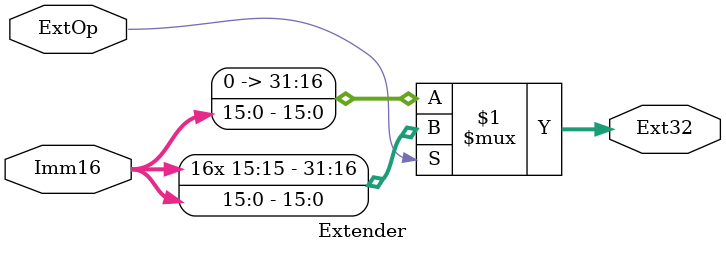
<source format=v>
`timescale 1ns / 1ps
module Extender (
    input [15:0] Imm16, // Òª±»ÍØÕ¹µÄ16Î»Á¢¼´Êý
    input ExtOp, // ¾ö¶¨ÊÇ·ûºÅÍØÕ¹(1)»¹ÊÇÂß¼­ÍØÕ¹(0)
    output [31:0] Ext32 // ÍØÕ¹µÄ½á¹û
    );
	assign Ext32 = ExtOp ? { {16{Imm16[15]}}, Imm16} : {16'b0, Imm16};
endmodule

</source>
